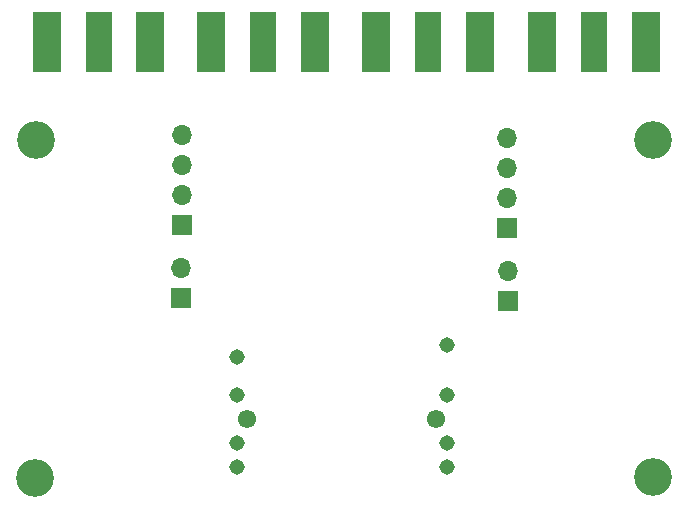
<source format=gbr>
%TF.GenerationSoftware,KiCad,Pcbnew,5.1.10-88a1d61d58~88~ubuntu18.04.1*%
%TF.CreationDate,2021-08-07T22:55:04+07:00*%
%TF.ProjectId,ADV728xM_EVAL_SMA-MINISAS_MX8Mx,41445637-3238-4784-9d5f-4556414c5f53,rev?*%
%TF.SameCoordinates,Original*%
%TF.FileFunction,Soldermask,Bot*%
%TF.FilePolarity,Negative*%
%FSLAX46Y46*%
G04 Gerber Fmt 4.6, Leading zero omitted, Abs format (unit mm)*
G04 Created by KiCad (PCBNEW 5.1.10-88a1d61d58~88~ubuntu18.04.1) date 2021-08-07 22:55:04*
%MOMM*%
%LPD*%
G01*
G04 APERTURE LIST*
%ADD10C,3.200000*%
%ADD11C,1.308000*%
%ADD12C,1.550000*%
%ADD13O,1.700000X1.700000*%
%ADD14R,1.700000X1.700000*%
%ADD15R,2.286000X5.080000*%
%ADD16R,2.413000X5.080000*%
G04 APERTURE END LIST*
D10*
%TO.C,H4*%
X135646160Y-89702640D03*
%TD*%
%TO.C,H3*%
X187843160Y-89702640D03*
%TD*%
%TO.C,H2*%
X187858400Y-118231920D03*
%TD*%
%TO.C,H1*%
X135585200Y-118297960D03*
%TD*%
D11*
%TO.C,J9*%
X170438920Y-117344480D03*
X170438920Y-115314480D03*
X170438920Y-111314480D03*
X170438920Y-107074480D03*
X152638920Y-117344480D03*
X152638920Y-115314480D03*
X152638920Y-111314480D03*
X152638920Y-108074480D03*
D12*
X169538920Y-113314480D03*
X153538920Y-113314480D03*
%TD*%
D13*
%TO.C,J6*%
X175552100Y-89496900D03*
X175552100Y-92036900D03*
X175552100Y-94576900D03*
D14*
X175552100Y-97116900D03*
%TD*%
D15*
%TO.C,J3*%
X168846500Y-81368900D03*
D16*
X164465000Y-81368900D03*
X173228000Y-81368900D03*
%TD*%
D15*
%TO.C,J4*%
X182892700Y-81368900D03*
D16*
X178511200Y-81368900D03*
X187274200Y-81368900D03*
%TD*%
D15*
%TO.C,J1*%
X140957300Y-81419700D03*
D16*
X136575800Y-81419700D03*
X145338800Y-81419700D03*
%TD*%
D15*
%TO.C,J2*%
X154876500Y-81368900D03*
D16*
X150495000Y-81368900D03*
X159258000Y-81368900D03*
%TD*%
D14*
%TO.C,J5*%
X147980400Y-96850200D03*
D13*
X147980400Y-94310200D03*
X147980400Y-91770200D03*
X147980400Y-89230200D03*
%TD*%
D14*
%TO.C,J8*%
X175590200Y-103289100D03*
D13*
X175590200Y-100749100D03*
%TD*%
%TO.C,J7*%
X147929600Y-100558600D03*
D14*
X147929600Y-103098600D03*
%TD*%
M02*

</source>
